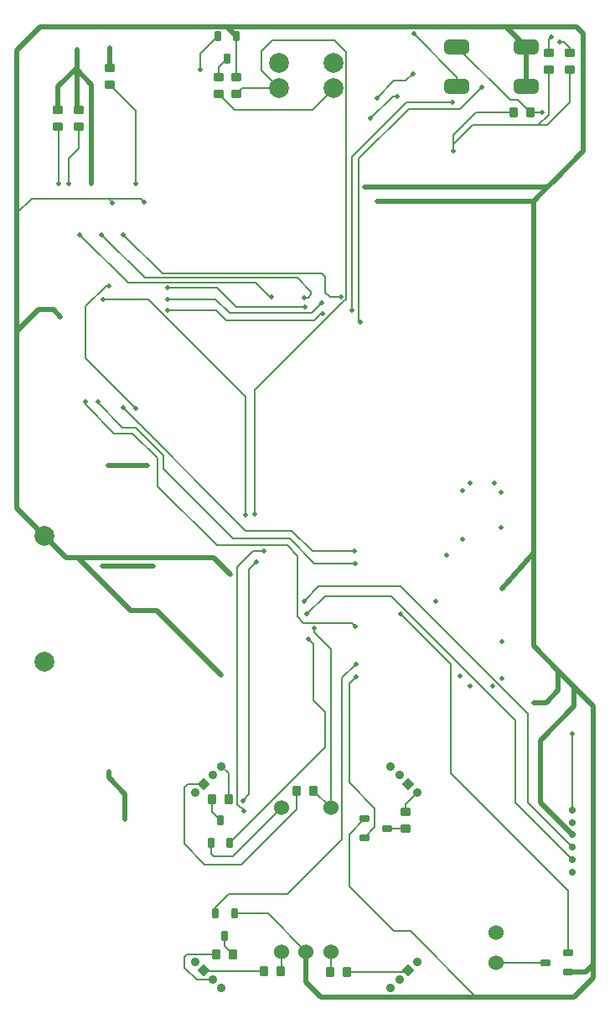
<source format=gbl>
G04 Layer_Physical_Order=2*
G04 Layer_Color=16711680*
%FSLAX44Y44*%
%MOMM*%
G71*
G01*
G75*
G04:AMPARAMS|DCode=10|XSize=1mm|YSize=0.9mm|CornerRadius=0.1125mm|HoleSize=0mm|Usage=FLASHONLY|Rotation=0.000|XOffset=0mm|YOffset=0mm|HoleType=Round|Shape=RoundedRectangle|*
%AMROUNDEDRECTD10*
21,1,1.0000,0.6750,0,0,0.0*
21,1,0.7750,0.9000,0,0,0.0*
1,1,0.2250,0.3875,-0.3375*
1,1,0.2250,-0.3875,-0.3375*
1,1,0.2250,-0.3875,0.3375*
1,1,0.2250,0.3875,0.3375*
%
%ADD10ROUNDEDRECTD10*%
G04:AMPARAMS|DCode=18|XSize=1mm|YSize=0.9mm|CornerRadius=0.1125mm|HoleSize=0mm|Usage=FLASHONLY|Rotation=270.000|XOffset=0mm|YOffset=0mm|HoleType=Round|Shape=RoundedRectangle|*
%AMROUNDEDRECTD18*
21,1,1.0000,0.6750,0,0,270.0*
21,1,0.7750,0.9000,0,0,270.0*
1,1,0.2250,-0.3375,-0.3875*
1,1,0.2250,-0.3375,0.3875*
1,1,0.2250,0.3375,0.3875*
1,1,0.2250,0.3375,-0.3875*
%
%ADD18ROUNDEDRECTD18*%
G04:AMPARAMS|DCode=22|XSize=0.6mm|YSize=1mm|CornerRadius=0.075mm|HoleSize=0mm|Usage=FLASHONLY|Rotation=270.000|XOffset=0mm|YOffset=0mm|HoleType=Round|Shape=RoundedRectangle|*
%AMROUNDEDRECTD22*
21,1,0.6000,0.8500,0,0,270.0*
21,1,0.4500,1.0000,0,0,270.0*
1,1,0.1500,-0.4250,-0.2250*
1,1,0.1500,-0.4250,0.2250*
1,1,0.1500,0.4250,0.2250*
1,1,0.1500,0.4250,-0.2250*
%
%ADD22ROUNDEDRECTD22*%
G04:AMPARAMS|DCode=29|XSize=0.6mm|YSize=1mm|CornerRadius=0.075mm|HoleSize=0mm|Usage=FLASHONLY|Rotation=0.000|XOffset=0mm|YOffset=0mm|HoleType=Round|Shape=RoundedRectangle|*
%AMROUNDEDRECTD29*
21,1,0.6000,0.8500,0,0,0.0*
21,1,0.4500,1.0000,0,0,0.0*
1,1,0.1500,0.2250,-0.4250*
1,1,0.1500,-0.2250,-0.4250*
1,1,0.1500,-0.2250,0.4250*
1,1,0.1500,0.2250,0.4250*
%
%ADD29ROUNDEDRECTD29*%
%ADD35C,0.2000*%
%ADD36C,0.5000*%
%ADD39C,1.5240*%
%ADD40C,2.0000*%
%ADD41C,0.9000*%
%ADD42P,1.2728X4X90.0*%
%ADD43P,1.2728X4X180.0*%
%ADD44C,0.7000*%
%ADD45C,0.5000*%
G04:AMPARAMS|DCode=46|XSize=2.5mm|YSize=1.5mm|CornerRadius=0.375mm|HoleSize=0mm|Usage=FLASHONLY|Rotation=180.000|XOffset=0mm|YOffset=0mm|HoleType=Round|Shape=RoundedRectangle|*
%AMROUNDEDRECTD46*
21,1,2.5000,0.7500,0,0,180.0*
21,1,1.7500,1.5000,0,0,180.0*
1,1,0.7500,-0.8750,0.3750*
1,1,0.7500,0.8750,0.3750*
1,1,0.7500,0.8750,-0.3750*
1,1,0.7500,-0.8750,-0.3750*
%
%ADD46ROUNDEDRECTD46*%
D10*
X212042Y925000D02*
D03*
Y942000D02*
D03*
X229585Y925077D02*
D03*
Y942076D02*
D03*
X545000Y949000D02*
D03*
Y966000D02*
D03*
X566500Y949000D02*
D03*
Y966000D02*
D03*
X400500Y183500D02*
D03*
Y200500D02*
D03*
X101500Y951500D02*
D03*
Y934500D02*
D03*
X49500Y908500D02*
D03*
Y891500D02*
D03*
X70000Y908500D02*
D03*
Y891500D02*
D03*
D18*
X509500Y906000D02*
D03*
X526500D02*
D03*
X226000Y56500D02*
D03*
X209000D02*
D03*
X205000Y212500D02*
D03*
X222000D02*
D03*
X341500Y38000D02*
D03*
X324500D02*
D03*
X257500Y39000D02*
D03*
X274500D02*
D03*
X290500Y221500D02*
D03*
X307500D02*
D03*
D22*
X382000Y183500D02*
D03*
X359000Y193000D02*
D03*
Y174000D02*
D03*
X542000Y48000D02*
D03*
X565000Y38500D02*
D03*
Y57500D02*
D03*
D29*
X220423Y960000D02*
D03*
X229923Y983000D02*
D03*
X210923D02*
D03*
X218000Y74500D02*
D03*
X227500Y97500D02*
D03*
X208500D02*
D03*
X213500Y192000D02*
D03*
X204000Y169000D02*
D03*
X223000D02*
D03*
D35*
X77500Y710250D02*
X98500Y731250D01*
X100750D01*
X77500Y658000D02*
Y710250D01*
X125000Y582250D02*
X150000Y557250D01*
Y529000D02*
Y557250D01*
Y529000D02*
X209850Y469150D01*
X106250Y582250D02*
X125000D01*
X76750Y611750D02*
X106250Y582250D01*
X77500Y658000D02*
X127750Y607750D01*
X76750Y611750D02*
Y614000D01*
X89650Y612850D02*
Y614150D01*
Y612850D02*
X114500Y588000D01*
X127685D01*
X155750Y559935D01*
X341500Y38480D02*
X397357D01*
X308000Y381500D02*
Y385500D01*
Y381500D02*
X325000Y364500D01*
X291500Y397000D02*
Y458500D01*
Y397000D02*
X297500Y391000D01*
X346500D01*
X350000Y387500D01*
X210000Y729000D02*
X229500Y709500D01*
X299000D01*
X100500Y819250D02*
X132750D01*
X22750D02*
X100500D01*
Y819000D02*
Y819250D01*
Y819000D02*
X104500Y815000D01*
X319500Y724500D02*
Y740001D01*
X315000Y703000D02*
X316500D01*
X308000Y696000D02*
X315000Y703000D01*
X306000Y704000D02*
X316000Y714000D01*
X222500Y704000D02*
X306000D01*
X208750Y717750D02*
X222500Y704000D01*
X219500Y696000D02*
X308000D01*
X209000Y706500D02*
X219500Y696000D01*
X160000Y729000D02*
X210000D01*
X160000Y717750D02*
X208750D01*
X160000Y706500D02*
X209000D01*
X566500Y966000D02*
Y971500D01*
X561000Y977000D02*
X566500Y971500D01*
X556000Y977000D02*
X561000D01*
X545000Y979500D02*
X548000Y982500D01*
X526500Y906000D02*
X539000D01*
X526500Y906000D02*
X526500Y906000D01*
X230500Y447000D02*
X246500Y463000D01*
X257500D01*
X209850Y469150D02*
X280850D01*
X291500Y458500D01*
X307500Y312500D02*
Y369500D01*
X302500Y374500D02*
X307500Y369500D01*
X8000Y804500D02*
X22750Y819250D01*
X132750D02*
X136500Y815500D01*
X101500Y934500D02*
X128000Y908000D01*
X307500Y312500D02*
X318900Y301100D01*
X325000Y204000D02*
Y364500D01*
X196749Y39961D02*
X197710Y39000D01*
X401270Y38000D02*
X403231Y39960D01*
X341500Y38000D02*
Y38480D01*
X324500Y38000D02*
X325000Y38500D01*
Y59000D01*
X274500Y39000D02*
X275000Y39500D01*
Y59000D01*
X472000Y906000D02*
X509500D01*
X212042Y951619D02*
X220423Y960000D01*
X212042Y942000D02*
Y951619D01*
X229585Y942076D02*
X229923Y942415D01*
X229585Y925077D02*
X235308Y930800D01*
X327500Y930080D02*
Y930800D01*
X449000Y874000D02*
X468500Y893500D01*
X543500D02*
X566500Y916500D01*
Y949000D01*
X449000Y867000D02*
Y874000D01*
X545000Y904000D02*
Y949000D01*
X534500Y893500D02*
X545000Y904000D01*
X468500Y893500D02*
X534500D01*
X543500D01*
X492000Y48000D02*
X542000D01*
X343500Y329500D02*
X350650Y336650D01*
X343500Y229500D02*
Y329500D01*
Y229500D02*
X369500Y203500D01*
Y184500D02*
Y203500D01*
X359000Y174000D02*
X369500Y184500D01*
X382000Y183500D02*
X400500D01*
Y200500D02*
Y207559D01*
X412211Y219269D01*
X336500Y335200D02*
X350650Y349350D01*
X397357Y38480D02*
X397837Y38000D01*
X401270D01*
X208500Y97500D02*
Y103500D01*
X222000Y117000D01*
X218000Y64500D02*
Y74500D01*
Y64500D02*
X226000Y56500D01*
X197710Y39000D02*
X257500D01*
X180000Y56500D02*
X209000D01*
X177000Y53500D02*
X180000Y56500D01*
X177000Y43000D02*
Y53500D01*
Y43000D02*
X189403Y30597D01*
X205346D01*
X205730Y30980D01*
X204000Y157500D02*
Y169000D01*
X205000Y200500D02*
X213500Y192000D01*
X214710Y246210D02*
X222000Y238920D01*
Y212500D02*
Y238920D01*
X205000Y200500D02*
Y212500D01*
X449000Y874000D02*
Y883000D01*
X472000Y906000D01*
X193000Y949500D02*
Y965077D01*
X210923Y983000D01*
X569000Y202000D02*
Y279000D01*
X237000Y201000D02*
Y201500D01*
X230500Y208000D02*
X237000Y201500D01*
X307500Y221500D02*
X325000Y204000D01*
X325000D01*
X222000Y117000D02*
X281000D01*
X336500Y172500D01*
Y335200D01*
X290500Y202500D02*
Y221500D01*
X235000Y147000D02*
X290500Y202500D01*
X197500Y147000D02*
X235000D01*
X177000Y167500D02*
X197500Y147000D01*
X177000Y167500D02*
Y224500D01*
X180750Y228250D01*
X196749D01*
X261500Y97500D02*
X300000Y59000D01*
X227500Y97500D02*
X261500D01*
X226000Y155000D02*
X275000Y204000D01*
X204000Y157500D02*
X206500Y155000D01*
X226000D01*
X223000Y169000D02*
X318900Y264900D01*
Y301100D01*
X235308Y930800D02*
X272500D01*
X230500Y208000D02*
Y447000D01*
X212042Y925000D02*
X228042Y909000D01*
X255000Y968000D02*
X266000Y979000D01*
X255000Y948300D02*
Y968000D01*
Y948300D02*
X272500Y930800D01*
X266000Y979000D02*
X328500D01*
X226500Y476000D02*
X283500D01*
X238500Y500000D02*
Y619500D01*
X248500Y500500D02*
Y626000D01*
X239000Y484000D02*
X285500D01*
X115050Y607950D02*
X239000Y484000D01*
X141000Y717000D02*
X238500Y619500D01*
X95000Y717000D02*
X141000D01*
X328500Y979000D02*
X340500Y967000D01*
X306420Y909000D02*
X327500Y930080D01*
X228042Y909000D02*
X306420D01*
X229923Y942415D02*
Y983000D01*
X71500Y783000D02*
X120000Y734500D01*
X343500Y177500D02*
X359000Y193000D01*
X343500Y124500D02*
Y177500D01*
Y124500D02*
X388500Y79500D01*
X405500D01*
X472000Y13000D01*
X452500Y972500D02*
X506500Y918500D01*
X353250Y696250D02*
X355000Y694500D01*
X353250Y696250D02*
Y859250D01*
X506500Y918500D02*
X514000D01*
X526500Y906000D01*
X115500Y783000D02*
X155000Y743500D01*
X298000Y719500D02*
X302500D01*
X305250Y722250D02*
Y724750D01*
X302500Y719500D02*
X305250Y722250D01*
X316001Y743500D02*
X319500Y740001D01*
X242500Y445000D02*
X250000Y452500D01*
X236500Y211500D02*
X242500Y217500D01*
Y445000D01*
X565000Y57500D02*
Y120500D01*
X524000Y209500D02*
X569000Y164500D01*
X511500Y209500D02*
X569000Y152000D01*
X291000Y739000D02*
X305250Y724750D01*
X93500Y783000D02*
X137500Y739000D01*
X285500Y484000D02*
X306500Y463000D01*
X349000D01*
X283500Y476000D02*
X308550Y450950D01*
X350000D01*
X297850Y412850D02*
X312500Y427500D01*
X301000Y399500D02*
X319500Y418000D01*
X446602Y238898D02*
X565000Y120500D01*
X446602Y238898D02*
Y349398D01*
X395850Y400150D02*
X446602Y349398D01*
X511500Y209500D02*
Y292292D01*
X319500Y418000D02*
X385792D01*
X511500Y292292D01*
X312500Y427500D02*
X395778D01*
X524000Y299278D01*
Y209500D02*
Y299278D01*
X128000Y834000D02*
Y908000D01*
X155750Y546750D02*
Y559935D01*
Y546750D02*
X226500Y476000D01*
X70000Y870000D02*
Y891500D01*
X60000Y860000D02*
X70000Y870000D01*
X60000Y834500D02*
Y860000D01*
X324001Y719999D02*
X334999D01*
X248500Y626000D02*
X336999Y714499D01*
X337277D01*
X340500Y717721D01*
X319500Y724500D02*
X324001Y719999D01*
X401000Y938000D02*
X408500Y945500D01*
X455500Y910000D02*
X477500Y932000D01*
X353250Y859250D02*
X404000Y910000D01*
X455500D01*
X401500Y916000D02*
X448000D01*
X263500Y720000D02*
X265000D01*
X120000Y734500D02*
X249000D01*
X263500Y720000D01*
X137500Y739000D02*
X291000D01*
X155000Y743500D02*
X316001D01*
X346500Y706500D02*
Y861000D01*
X401500Y916000D01*
X340500Y717721D02*
Y967000D01*
X409000Y985500D02*
X452500Y942000D01*
Y932500D02*
Y942000D01*
X545000Y966000D02*
Y979500D01*
X50000Y834000D02*
Y891000D01*
X49500Y891500D02*
X50000Y891000D01*
X365000Y900000D02*
X387500Y922500D01*
X392500D01*
X371500Y921000D02*
X388500Y938000D01*
X401000D01*
D36*
X45000Y707000D02*
X52000Y700000D01*
X117250Y192750D02*
Y218250D01*
X100500Y235000D02*
X117250Y218250D01*
X100500Y235000D02*
Y240499D01*
X149500Y403000D02*
X214000Y338500D01*
X123000Y403000D02*
X149500D01*
X522500Y932500D02*
Y972500D01*
X8000Y506300D02*
X35800Y478500D01*
X220423Y992500D02*
X229923Y983000D01*
X502500Y992500D02*
X522500Y972500D01*
X8000Y506300D02*
Y685000D01*
X30000Y707000D01*
X45000D01*
X300000Y28500D02*
Y59000D01*
Y28500D02*
X315500Y13000D01*
X93750Y448500D02*
X145500D01*
X102000Y952000D02*
Y971500D01*
X101500Y951500D02*
X102000Y952000D01*
X8000Y969000D02*
X31500Y992500D01*
X220423D01*
X68500Y951500D02*
Y970000D01*
X35800Y478500D02*
X57800Y456500D01*
X69500D01*
X536500Y209500D02*
Y272000D01*
X530500Y310500D02*
X542500D01*
X315500Y13000D02*
X472000D01*
X571000D01*
X220423Y992500D02*
X502500D01*
X573500D01*
X580500Y867000D02*
Y985500D01*
X573500Y992500D02*
X580500Y985500D01*
X550500Y837000D02*
X580500Y867000D01*
X544000Y830500D02*
X550500Y837000D01*
X358750Y830500D02*
X544000D01*
X371500Y816250D02*
X529750D01*
Y367750D02*
Y461539D01*
Y816250D01*
X497750Y425000D02*
X529750Y461539D01*
X542500Y310500D02*
X555000Y323000D01*
Y342500D01*
X529750Y367750D02*
X555000Y342500D01*
X536500Y272000D02*
X571000Y306500D01*
Y326500D01*
X555000Y342500D02*
X571000Y326500D01*
X590500Y307000D01*
X571000Y13000D02*
X590500Y32500D01*
X207000Y456500D02*
X223500Y440000D01*
X69500Y456500D02*
X207000D01*
X69500D02*
X123000Y403000D01*
X565000Y38500D02*
X583000D01*
X590500Y46000D01*
Y32500D02*
Y46000D01*
Y307000D01*
X536500Y209500D02*
X569000Y177000D01*
X100000Y550000D02*
X140000D01*
X8000Y804500D02*
Y969000D01*
Y685000D02*
Y804500D01*
X49500Y908500D02*
Y932500D01*
X68500Y951500D01*
Y910000D02*
X70000Y908500D01*
X68500Y949500D02*
Y951500D01*
Y910000D02*
Y949500D01*
X83500Y934500D01*
Y834000D02*
Y934500D01*
X529750Y816250D02*
X544000Y830500D01*
D39*
X492000Y78000D02*
D03*
Y48000D02*
D03*
X275000Y59000D02*
D03*
X300000D02*
D03*
X325000D02*
D03*
Y204000D02*
D03*
X275000D02*
D03*
D40*
X35800Y478500D02*
D03*
Y351500D02*
D03*
X272500Y956200D02*
D03*
Y930800D02*
D03*
X327500D02*
D03*
Y956200D02*
D03*
D41*
X385270Y22000D02*
D03*
X394250Y30980D02*
D03*
X412211Y48941D02*
D03*
X214710Y22000D02*
D03*
X205730Y30980D02*
D03*
X187769Y48941D02*
D03*
X385270Y246210D02*
D03*
X394250Y237230D02*
D03*
X412211Y219269D02*
D03*
X214710Y246210D02*
D03*
X205730Y237230D02*
D03*
X187769Y219270D02*
D03*
D42*
X403231Y39960D02*
D03*
X196749Y228250D02*
D03*
D43*
Y39961D02*
D03*
X403230Y228249D02*
D03*
D44*
X569000Y139500D02*
D03*
Y152000D02*
D03*
Y164500D02*
D03*
Y177000D02*
D03*
Y189500D02*
D03*
Y202000D02*
D03*
D45*
X100750Y731250D02*
D03*
X76750Y614000D02*
D03*
X89650Y614150D02*
D03*
X308000Y385500D02*
D03*
X299000Y709500D02*
D03*
X52000Y700000D02*
D03*
X316500Y703000D02*
D03*
X316000Y714000D02*
D03*
X556000Y977000D02*
D03*
X548000Y982500D02*
D03*
X448000Y916000D02*
D03*
X539000Y906000D02*
D03*
X408500Y945500D02*
D03*
X409000Y985500D02*
D03*
X100500Y240499D02*
D03*
X265000Y720000D02*
D03*
X257500Y463000D02*
D03*
X301000Y399500D02*
D03*
X302500Y374500D02*
D03*
X350000Y387500D02*
D03*
X214000Y338500D02*
D03*
X136500Y815500D02*
D03*
X104500Y815000D02*
D03*
X128000Y834000D02*
D03*
X50000D02*
D03*
X83500D02*
D03*
X250000Y452500D02*
D03*
X449000Y867000D02*
D03*
X93750Y448500D02*
D03*
X117250Y192750D02*
D03*
X358750Y830500D02*
D03*
X371500Y816250D02*
D03*
X497750Y425000D02*
D03*
X350650Y336650D02*
D03*
X350650Y349350D02*
D03*
X145500Y448500D02*
D03*
X68500Y970000D02*
D03*
X102000Y971500D02*
D03*
X193000Y949500D02*
D03*
X223500Y440000D02*
D03*
X297850Y412850D02*
D03*
X569000Y279000D02*
D03*
X530500Y310500D02*
D03*
X395850Y400150D02*
D03*
X237000Y201000D02*
D03*
X236500Y211500D02*
D03*
X248500Y500500D02*
D03*
X238500Y500000D02*
D03*
X115050Y607950D02*
D03*
X95000Y717000D02*
D03*
X71500Y783000D02*
D03*
X115500D02*
D03*
X93500D02*
D03*
X160000Y706500D02*
D03*
Y717750D02*
D03*
Y729000D02*
D03*
X346500Y706500D02*
D03*
X355000Y694500D02*
D03*
X477500Y932000D02*
D03*
X298000Y719500D02*
D03*
X550500Y837000D02*
D03*
X349000Y463000D02*
D03*
X350000Y450950D02*
D03*
X458000Y475000D02*
D03*
Y524500D02*
D03*
X465500Y532000D02*
D03*
X497750Y335000D02*
D03*
X488500Y327000D02*
D03*
X466000D02*
D03*
X455500Y337500D02*
D03*
X442500Y459500D02*
D03*
X430650Y412850D02*
D03*
X100000Y550000D02*
D03*
X140000D02*
D03*
X60000Y834500D02*
D03*
X334999Y719999D02*
D03*
X371500Y921000D02*
D03*
X490000Y532000D02*
D03*
X497500Y522500D02*
D03*
X127750Y607750D02*
D03*
X365000Y900000D02*
D03*
X392500Y922500D02*
D03*
X497500Y487500D02*
D03*
X497750Y372000D02*
D03*
D46*
X522500Y972500D02*
D03*
X452500D02*
D03*
X522500Y932500D02*
D03*
X452500D02*
D03*
M02*

</source>
